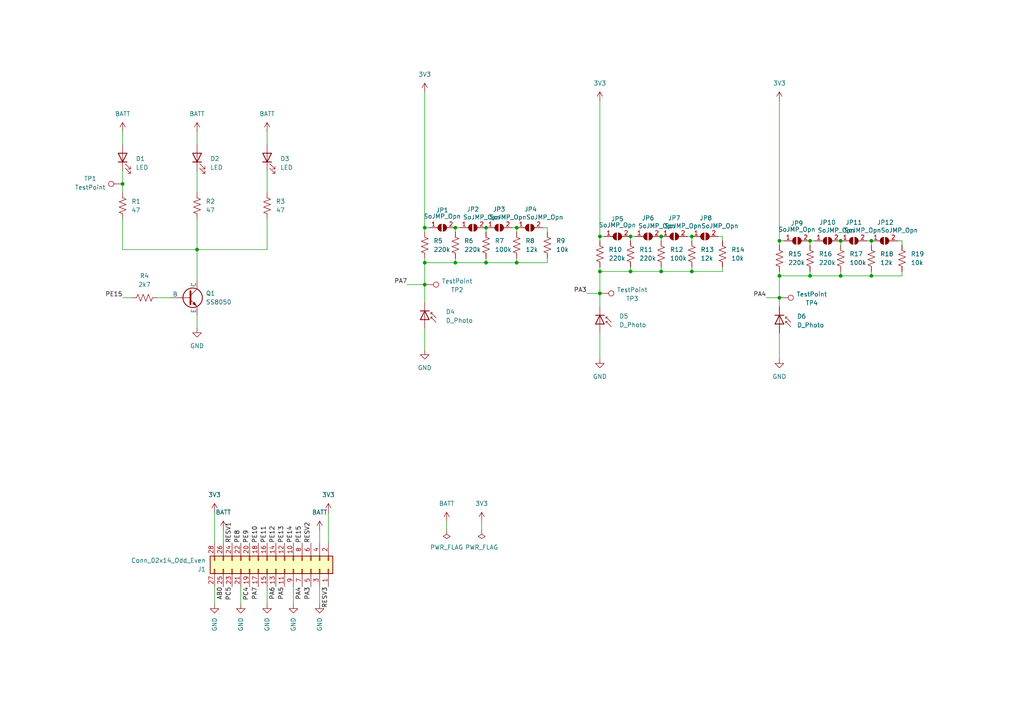
<source format=kicad_sch>
(kicad_sch (version 20231120) (generator "eeschema") (generator_version "8.0")
  (paper "A4")
  (title_block (title "Micro-mouse sensing subsystem") (company "University of Cape Town") (comment 1 "Imraan Banderker") (comment 2 "BNDIMR003"))
  (lib_symbols
    (symbol "Connector:TestPoint" (pin_numbers hide) (pin_names (offset 0.762) hide)
      (property "Reference" "TP" (at 0 6.858 0))
      (property "Value" "TestPoint" (at 0 5.08 0))
      (symbol "TestPoint_0_1"
        (circle (center 0 3.302) (radius 0.762))
      )
      (symbol "TestPoint_1_1"
        (pin passive line (at 0 0 90) (length 2.54) (name "1") (number "1"))
      )
    )
    (symbol "Connector_Generic:Conn_02x14_Odd_Even" (pin_names (offset 1.016) hide)
      (property "Reference" "J" (at 1.27 17.78 0))
      (property "Value" "Conn_02x14_Odd_Even" (at 1.27 -20.32 0))
      (symbol "Conn_02x14_Odd_Even_1_1"
        (rectangle (start -1.27 -17.653) (end 0 -17.907) (stroke (width 0.1524)))
        (rectangle (start -1.27 -15.113) (end 0 -15.367) (stroke (width 0.1524)))
        (rectangle (start -1.27 -12.573) (end 0 -12.827) (stroke (width 0.1524)))
        (rectangle (start -1.27 -10.033) (end 0 -10.287) (stroke (width 0.1524)))
        (rectangle (start -1.27 -7.493) (end 0 -7.747) (stroke (width 0.1524)))
        (rectangle (start -1.27 -4.953) (end 0 -5.207) (stroke (width 0.1524)))
        (rectangle (start -1.27 -2.413) (end 0 -2.667) (stroke (width 0.1524)))
        (rectangle (start -1.27 0.127) (end 0 -0.127) (stroke (width 0.1524)))
        (rectangle (start -1.27 2.667) (end 0 2.413) (stroke (width 0.1524)))
        (rectangle (start -1.27 5.207) (end 0 4.953) (stroke (width 0.1524)))
        (rectangle (start -1.27 7.747) (end 0 7.493) (stroke (width 0.1524)))
        (rectangle (start -1.27 10.287) (end 0 10.033) (stroke (width 0.1524)))
        (rectangle (start -1.27 12.827) (end 0 12.573) (stroke (width 0.1524)))
        (rectangle (start -1.27 15.367) (end 0 15.113) (stroke (width 0.1524)))
        (rectangle (start -1.27 16.51) (end 3.81 -19.05) (stroke (width 0.254)) (fill (type background)))
        (rectangle (start 3.81 -17.653) (end 2.54 -17.907) (stroke (width 0.1524)))
        (rectangle (start 3.81 -15.113) (end 2.54 -15.367) (stroke (width 0.1524)))
        (rectangle (start 3.81 -12.573) (end 2.54 -12.827) (stroke (width 0.1524)))
        (rectangle (start 3.81 -10.033) (end 2.54 -10.287) (stroke (width 0.1524)))
        (rectangle (start 3.81 -7.493) (end 2.54 -7.747) (stroke (width 0.1524)))
        (rectangle (start 3.81 -4.953) (end 2.54 -5.207) (stroke (width 0.1524)))
        (rectangle (start 3.81 -2.413) (end 2.54 -2.667) (stroke (width 0.1524)))
        (rectangle (start 3.81 0.127) (end 2.54 -0.127) (stroke (width 0.1524)))
        (rectangle (start 3.81 2.667) (end 2.54 2.413) (stroke (width 0.1524)))
        (rectangle (start 3.81 5.207) (end 2.54 4.953) (stroke (width 0.1524)))
        (rectangle (start 3.81 7.747) (end 2.54 7.493) (stroke (width 0.1524)))
        (rectangle (start 3.81 10.287) (end 2.54 10.033) (stroke (width 0.1524)))
        (rectangle (start 3.81 12.827) (end 2.54 12.573) (stroke (width 0.1524)))
        (rectangle (start 3.81 15.367) (end 2.54 15.113) (stroke (width 0.1524)))
        (pin passive line (at -5.08 15.24 0) (length 3.81) (name "Pin_1") (number "1"))
        (pin passive line (at 7.62 5.08 180) (length 3.81) (name "Pin_10") (number "10"))
        (pin passive line (at -5.08 2.54 0) (length 3.81) (name "Pin_11") (number "11"))
        (pin passive line (at 7.62 2.54 180) (length 3.81) (name "Pin_12") (number "12"))
        (pin passive line (at -5.08 0 0) (length 3.81) (name "Pin_13") (number "13"))
        (pin passive line (at 7.62 0 180) (length 3.81) (name "Pin_14") (number "14"))
        (pin passive line (at -5.08 -2.54 0) (length 3.81) (name "Pin_15") (number "15"))
        (pin passive line (at 7.62 -2.54 180) (length 3.81) (name "Pin_16") (number "16"))
        (pin passive line (at -5.08 -5.08 0) (length 3.81) (name "Pin_17") (number "17"))
        (pin passive line (at 7.62 -5.08 180) (length 3.81) (name "Pin_18") (number "18"))
        (pin passive line (at -5.08 -7.62 0) (length 3.81) (name "Pin_19") (number "19"))
        (pin passive line (at 7.62 15.24 180) (length 3.81) (name "Pin_2") (number "2"))
        (pin passive line (at 7.62 -7.62 180) (length 3.81) (name "Pin_20") (number "20"))
        (pin passive line (at -5.08 -10.16 0) (length 3.81) (name "Pin_21") (number "21"))
        (pin passive line (at 7.62 -10.16 180) (length 3.81) (name "Pin_22") (number "22"))
        (pin passive line (at -5.08 -12.7 0) (length 3.81) (name "Pin_23") (number "23"))
        (pin passive line (at 7.62 -12.7 180) (length 3.81) (name "Pin_24") (number "24"))
        (pin passive line (at -5.08 -15.24 0) (length 3.81) (name "Pin_25") (number "25"))
        (pin passive line (at 7.62 -15.24 180) (length 3.81) (name "Pin_26") (number "26"))
        (pin passive line (at -5.08 -17.78 0) (length 3.81) (name "Pin_27") (number "27"))
        (pin passive line (at 7.62 -17.78 180) (length 3.81) (name "Pin_28") (number "28"))
        (pin passive line (at -5.08 12.7 0) (length 3.81) (name "Pin_3") (number "3"))
        (pin passive line (at 7.62 12.7 180) (length 3.81) (name "Pin_4") (number "4"))
        (pin passive line (at -5.08 10.16 0) (length 3.81) (name "Pin_5") (number "5"))
        (pin passive line (at 7.62 10.16 180) (length 3.81) (name "Pin_6") (number "6"))
        (pin passive line (at -5.08 7.62 0) (length 3.81) (name "Pin_7") (number "7"))
        (pin passive line (at 7.62 7.62 180) (length 3.81) (name "Pin_8") (number "8"))
        (pin passive line (at -5.08 5.08 0) (length 3.81) (name "Pin_9") (number "9"))
      )
    )
    (symbol "Device:D_Photo" (pin_numbers hide) (pin_names hide)
      (property "Reference" "D" (at 0.508 1.778 0))
      (property "Value" "D_Photo" (at -1.016 -2.794 0))
      (symbol "D_Photo_0_1"
        (polyline (pts (xy -2.54 1.27) (xy -2.54 -1.27)) (stroke (width 0.254)))
        (polyline (pts (xy -2.032 1.778) (xy -1.524 1.778)))
        (polyline (pts (xy 0 0) (xy -2.54 0)))
        (polyline (pts (xy -0.508 3.302) (xy -2.032 1.778) (xy -2.032 2.286)))
        (polyline (pts (xy 0 -1.27) (xy 0 1.27) (xy -2.54 0) (xy 0 -1.27)) (stroke (width 0.254)))
        (polyline (pts (xy 0.762 3.302) (xy -0.762 1.778) (xy -0.762 2.286) (xy -0.762 1.778) (xy -0.254 1.778)))
      )
      (symbol "D_Photo_1_1"
        (pin passive line (at -5.08 0 0) (length 2.54) (name "K") (number "1"))
        (pin passive line (at 2.54 0 180) (length 2.54) (name "A") (number "2"))
      )
    )
    (symbol "Device:LED" (pin_numbers hide) (pin_names (offset 1.016) hide)
      (property "Reference" "D" (at 0 2.54 0))
      (property "Value" "LED" (at 0 -2.54 0))
      (symbol "LED_0_1"
        (polyline (pts (xy -1.27 -1.27) (xy -1.27 1.27)) (stroke (width 0.254)))
        (polyline (pts (xy -1.27 0) (xy 1.27 0)))
        (polyline (pts (xy 1.27 -1.27) (xy 1.27 1.27) (xy -1.27 0) (xy 1.27 -1.27)) (stroke (width 0.254)))
        (polyline (pts (xy -3.048 -0.762) (xy -4.572 -2.286) (xy -3.81 -2.286) (xy -4.572 -2.286) (xy -4.572 -1.524)))
        (polyline (pts (xy -1.778 -0.762) (xy -3.302 -2.286) (xy -2.54 -2.286) (xy -3.302 -2.286) (xy -3.302 -1.524)))
      )
      (symbol "LED_1_1"
        (pin passive line (at -3.81 0 0) (length 2.54) (name "K") (number "1"))
        (pin passive line (at 3.81 0 180) (length 2.54) (name "A") (number "2"))
      )
    )
    (symbol "Device:R_US" (pin_numbers hide) (pin_names (offset 0))
      (property "Reference" "R" (at 2.54 0 90))
      (property "Value" "R_US" (at -2.54 0 90))
      (symbol "R_US_0_1"
        (polyline (pts (xy 0 -2.286) (xy 0 -2.54)))
        (polyline (pts (xy 0 2.286) (xy 0 2.54)))
        (polyline (pts (xy 0 -0.762) (xy 1.016 -1.143) (xy 0 -1.524) (xy -1.016 -1.905) (xy 0 -2.286)))
        (polyline (pts (xy 0 0.762) (xy 1.016 0.381) (xy 0 0) (xy -1.016 -0.381) (xy 0 -0.762)))
        (polyline (pts (xy 0 2.286) (xy 1.016 1.905) (xy 0 1.524) (xy -1.016 1.143) (xy 0 0.762)))
      )
      (symbol "R_US_1_1"
        (pin passive line (at 0 3.81 270) (length 1.27) (name "~") (number "1"))
        (pin passive line (at 0 -3.81 90) (length 1.27) (name "~") (number "2"))
      )
    )
    (symbol "Jumper:SolderJumper_2_Open" (pin_names (offset 0) hide)
      (property "Reference" "JP" (at 0 2.032 0))
      (property "Value" "SolderJumper_2_Open" (at 0 -2.54 0))
      (symbol "SolderJumper_2_Open_0_1"
        (arc (start -0.254 1.016) (mid -1.2656 0) (end -0.254 -1.016))
        (arc (start -0.254 1.016) (mid -1.2656 0) (end -0.254 -1.016) (fill (type outline)))
        (polyline (pts (xy -0.254 1.016) (xy -0.254 -1.016)))
        (polyline (pts (xy 0.254 1.016) (xy 0.254 -1.016)))
        (arc (start 0.254 -1.016) (mid 1.2656 0) (end 0.254 1.016))
        (arc (start 0.254 -1.016) (mid 1.2656 0) (end 0.254 1.016) (fill (type outline)))
      )
      (symbol "SolderJumper_2_Open_1_1"
        (pin passive line (at -3.81 0 0) (length 2.54) (name "A") (number "1"))
        (pin passive line (at 3.81 0 180) (length 2.54) (name "B") (number "2"))
      )
    )
    (symbol "Simulation_SPICE:NPN" (pin_numbers hide) (pin_names (offset 0))
      (property "Reference" "Q" (at -2.54 7.62 0))
      (property "Value" "NPN" (at -2.54 5.08 0))
      (symbol "NPN_0_1"
        (polyline (pts (xy -2.54 0) (xy 0.635 0)) (stroke (width 0.1524)))
        (polyline (pts (xy 0.635 0.635) (xy 2.54 2.54)))
        (polyline (pts (xy 2.794 -1.27) (xy 2.794 -1.27)) (stroke (width 0.1524)))
        (polyline (pts (xy 2.794 -1.27) (xy 2.794 -1.27)) (stroke (width 0.1524)))
        (polyline (pts (xy 0.635 -0.635) (xy 2.54 -2.54) (xy 2.54 -2.54)))
        (polyline (pts (xy 0.635 1.905) (xy 0.635 -1.905) (xy 0.635 -1.905)) (stroke (width 0.508)))
        (polyline (pts (xy 1.27 -1.778) (xy 1.778 -1.27) (xy 2.286 -2.286) (xy 1.27 -1.778) (xy 1.27 -1.778)) (fill (type outline)))
        (circle (center 1.27 0) (radius 2.8194) (stroke (width 0.254)))
      )
      (symbol "NPN_1_1"
        (pin open_collector line (at 2.54 5.08 270) (length 2.54) (name "C") (number "1"))
        (pin input line (at -5.08 0 0) (length 2.54) (name "B") (number "2"))
        (pin open_emitter line (at 2.54 -5.08 90) (length 2.54) (name "E") (number "3"))
      )
    )
    (symbol "power:+3V3" (power) (pin_numbers hide) (pin_names (offset 0) hide)
      (property "Value" "+3V3" (at 0 3.556 0))
      (symbol "+3V3_0_1"
        (polyline (pts (xy -0.762 1.27) (xy 0 2.54)))
        (polyline (pts (xy 0 0) (xy 0 2.54)))
        (polyline (pts (xy 0 2.54) (xy 0.762 1.27)))
      )
      (symbol "+3V3_1_1"
        (pin power_in line (at 0 0 90) (length 0) (name "~") (number "1"))
      )
    )
    (symbol "power:GND" (power) (pin_numbers hide) (pin_names (offset 0) hide)
      (property "Value" "GND" (at 0 -3.81 0))
      (symbol "GND_0_1"
        (polyline (pts (xy 0 0) (xy 0 -1.27) (xy 1.27 -1.27) (xy 0 -2.54) (xy -1.27 -1.27) (xy 0 -1.27)))
      )
      (symbol "GND_1_1"
        (pin power_in line (at 0 0 270) (length 0) (name "~") (number "1"))
      )
    )
    (symbol "power:PWR_FLAG" (power) (pin_numbers hide) (pin_names (offset 0) hide)
      (property "Value" "PWR_FLAG" (at 0 3.81 0))
      (symbol "PWR_FLAG_0_0"
        (pin power_out line (at 0 0 90) (length 0) (name "~") (number "1"))
      )
      (symbol "PWR_FLAG_0_1"
        (polyline (pts (xy 0 0) (xy 0 1.27) (xy -1.016 1.905) (xy 0 2.54) (xy 1.016 1.905) (xy 0 1.27)))
      )
    )
    (symbol "power:VDD" (power) (pin_numbers hide) (pin_names (offset 0) hide)
      (property "Value" "VDD" (at 0 3.556 0))
      (symbol "VDD_0_1"
        (polyline (pts (xy -0.762 1.27) (xy 0 2.54)))
        (polyline (pts (xy 0 0) (xy 0 2.54)))
        (polyline (pts (xy 0 2.54) (xy 0.762 1.27)))
      )
      (symbol "VDD_1_1"
        (pin power_in line (at 0 0 90) (length 0) (name "~") (number "1"))
      )
    )
  )
  (junction (at 57.15 72.39))
  (junction (at 252.73 69.85))
  (junction (at 182.88 68.58))
  (junction (at 149.86 76.2))
  (junction (at 173.99 78.74))
  (junction (at 200.66 68.58))
  (junction (at 226.06 80.01))
  (junction (at 191.77 78.74))
  (junction (at 173.99 68.58))
  (junction (at 132.08 76.2))
  (junction (at 226.06 86.36))
  (junction (at 191.77 68.58))
  (junction (at 243.84 80.01))
  (junction (at 173.99 85.09))
  (junction (at 140.97 66.04))
  (junction (at 149.86 66.04))
  (junction (at 140.97 76.2))
  (junction (at 132.08 66.04))
  (junction (at 234.95 69.85))
  (junction (at 123.19 82.55))
  (junction (at 35.56 53.34))
  (junction (at 182.88 78.74))
  (junction (at 226.06 69.85))
  (junction (at 123.19 66.04))
  (junction (at 200.66 78.74))
  (junction (at 234.95 80.01))
  (junction (at 243.84 69.85))
  (junction (at 123.19 76.2))
  (junction (at 252.73 80.01))
  (wire (pts (xy 57.15 38.1) (xy 57.15 41.91)))
  (wire (pts (xy 199.39 68.58) (xy 200.66 68.58)))
  (wire (pts (xy 77.47 63.5) (xy 77.47 72.39)))
  (wire (pts (xy 132.08 76.2) (xy 123.19 76.2)))
  (wire (pts (xy 226.06 69.85) (xy 226.06 71.12)))
  (wire (pts (xy 57.15 72.39) (xy 77.47 72.39)))
  (wire (pts (xy 62.23 175.26) (xy 62.23 170.18)))
  (wire (pts (xy 226.06 86.36) (xy 226.06 88.9)))
  (wire (pts (xy 77.47 49.53) (xy 77.47 55.88)))
  (wire (pts (xy 170.18 85.09) (xy 173.99 85.09)))
  (wire (pts (xy 149.86 76.2) (xy 158.75 76.2)))
  (wire (pts (xy 129.54 151.13) (xy 129.54 153.67)))
  (wire (pts (xy 243.84 71.12) (xy 243.84 69.85)))
  (wire (pts (xy 123.19 66.04) (xy 124.46 66.04)))
  (wire (pts (xy 209.55 68.58) (xy 209.55 69.85)))
  (wire (pts (xy 226.06 29.21) (xy 226.06 69.85)))
  (wire (pts (xy 234.95 69.85) (xy 236.22 69.85)))
  (wire (pts (xy 35.56 49.53) (xy 35.56 53.34)))
  (wire (pts (xy 182.88 78.74) (xy 191.77 78.74)))
  (wire (pts (xy 92.71 175.26) (xy 92.71 170.18)))
  (wire (pts (xy 132.08 66.04) (xy 133.35 66.04)))
  (wire (pts (xy 35.56 38.1) (xy 35.56 41.91)))
  (wire (pts (xy 123.19 95.25) (xy 123.19 101.6)))
  (wire (pts (xy 45.72 86.36) (xy 49.53 86.36)))
  (wire (pts (xy 252.73 69.85) (xy 252.73 71.12)))
  (wire (pts (xy 158.75 74.93) (xy 158.75 76.2)))
  (wire (pts (xy 191.77 77.47) (xy 191.77 78.74)))
  (wire (pts (xy 191.77 69.85) (xy 191.77 68.58)))
  (wire (pts (xy 35.56 63.5) (xy 35.56 72.39)))
  (wire (pts (xy 85.09 175.26) (xy 85.09 170.18)))
  (wire (pts (xy 123.19 82.55) (xy 123.19 87.63)))
  (wire (pts (xy 140.97 67.31) (xy 140.97 66.04)))
  (wire (pts (xy 260.35 69.85) (xy 261.62 69.85)))
  (wire (pts (xy 57.15 72.39) (xy 57.15 81.28)))
  (wire (pts (xy 77.47 175.26) (xy 77.47 170.18)))
  (wire (pts (xy 182.88 78.74) (xy 173.99 78.74)))
  (wire (pts (xy 69.85 175.26) (xy 69.85 170.18)))
  (wire (pts (xy 132.08 66.04) (xy 132.08 67.31)))
  (wire (pts (xy 173.99 85.09) (xy 173.99 88.9)))
  (wire (pts (xy 200.66 68.58) (xy 200.66 69.85)))
  (wire (pts (xy 57.15 49.53) (xy 57.15 55.88)))
  (wire (pts (xy 35.56 72.39) (xy 57.15 72.39)))
  (wire (pts (xy 252.73 80.01) (xy 261.62 80.01)))
  (wire (pts (xy 77.47 38.1) (xy 77.47 41.91)))
  (wire (pts (xy 62.23 148.59) (xy 62.23 157.48)))
  (wire (pts (xy 92.71 153.67) (xy 92.71 157.48)))
  (wire (pts (xy 148.59 66.04) (xy 149.86 66.04)))
  (wire (pts (xy 149.86 66.04) (xy 149.86 67.31)))
  (wire (pts (xy 123.19 76.2) (xy 123.19 82.55)))
  (wire (pts (xy 252.73 78.74) (xy 252.73 80.01)))
  (wire (pts (xy 149.86 74.93) (xy 149.86 76.2)))
  (wire (pts (xy 243.84 78.74) (xy 243.84 80.01)))
  (wire (pts (xy 157.48 66.04) (xy 158.75 66.04)))
  (wire (pts (xy 261.62 69.85) (xy 261.62 71.12)))
  (wire (pts (xy 173.99 78.74) (xy 173.99 85.09)))
  (wire (pts (xy 243.84 80.01) (xy 252.73 80.01)))
  (wire (pts (xy 123.19 66.04) (xy 123.19 67.31)))
  (wire (pts (xy 118.11 82.55) (xy 123.19 82.55)))
  (wire (pts (xy 35.56 53.34) (xy 35.56 55.88)))
  (wire (pts (xy 35.56 86.36) (xy 38.1 86.36)))
  (wire (pts (xy 64.77 153.67) (xy 64.77 157.48)))
  (wire (pts (xy 222.25 86.36) (xy 226.06 86.36)))
  (wire (pts (xy 57.15 91.44) (xy 57.15 95.25)))
  (wire (pts (xy 95.25 157.48) (xy 95.25 148.59)))
  (wire (pts (xy 139.7 151.13) (xy 139.7 153.67)))
  (wire (pts (xy 132.08 74.93) (xy 132.08 76.2)))
  (wire (pts (xy 226.06 80.01) (xy 226.06 86.36)))
  (wire (pts (xy 226.06 96.52) (xy 226.06 104.14)))
  (wire (pts (xy 234.95 78.74) (xy 234.95 80.01)))
  (wire (pts (xy 261.62 78.74) (xy 261.62 80.01)))
  (wire (pts (xy 132.08 76.2) (xy 140.97 76.2)))
  (wire (pts (xy 234.95 80.01) (xy 226.06 80.01)))
  (wire (pts (xy 200.66 77.47) (xy 200.66 78.74)))
  (wire (pts (xy 191.77 78.74) (xy 200.66 78.74)))
  (wire (pts (xy 173.99 68.58) (xy 173.99 69.85)))
  (wire (pts (xy 208.28 68.58) (xy 209.55 68.58)))
  (wire (pts (xy 140.97 74.93) (xy 140.97 76.2)))
  (wire (pts (xy 173.99 29.21) (xy 173.99 68.58)))
  (wire (pts (xy 226.06 69.85) (xy 227.33 69.85)))
  (wire (pts (xy 123.19 74.93) (xy 123.19 76.2)))
  (wire (pts (xy 251.46 69.85) (xy 252.73 69.85)))
  (wire (pts (xy 182.88 77.47) (xy 182.88 78.74)))
  (wire (pts (xy 173.99 68.58) (xy 175.26 68.58)))
  (wire (pts (xy 182.88 68.58) (xy 184.15 68.58)))
  (wire (pts (xy 209.55 77.47) (xy 209.55 78.74)))
  (wire (pts (xy 182.88 68.58) (xy 182.88 69.85)))
  (wire (pts (xy 200.66 78.74) (xy 209.55 78.74)))
  (wire (pts (xy 57.15 63.5) (xy 57.15 72.39)))
  (wire (pts (xy 173.99 96.52) (xy 173.99 104.14)))
  (wire (pts (xy 234.95 80.01) (xy 243.84 80.01)))
  (wire (pts (xy 158.75 66.04) (xy 158.75 67.31)))
  (wire (pts (xy 234.95 69.85) (xy 234.95 71.12)))
  (wire (pts (xy 173.99 77.47) (xy 173.99 78.74)))
  (wire (pts (xy 226.06 78.74) (xy 226.06 80.01)))
  (wire (pts (xy 123.19 26.67) (xy 123.19 66.04)))
  (wire (pts (xy 140.97 76.2) (xy 149.86 76.2)))
  (label "PE9" (at 72.39 157.48 90))
  (label "PE12" (at 80.01 157.48 90))
  (label "PE14" (at 85.09 157.48 90))
  (label "PA5" (at 82.55 170.18 270))
  (label "PA4" (at 222.25 86.36 180))
  (label "PE10" (at 74.93 157.48 90))
  (label "AB0" (at 64.77 170.18 270))
  (label "PE8" (at 69.85 157.48 90))
  (label "RESV1" (at 67.31 157.48 90))
  (label "PC4" (at 72.39 170.18 270))
  (label "PE13" (at 82.55 157.48 90))
  (label "PC5" (at 67.31 170.18 270))
  (label "PE15" (at 87.63 157.48 90))
  (label "PE11" (at 77.47 157.48 90))
  (label "PA7" (at 74.93 170.18 270))
  (label "PA7" (at 118.11 82.55 180))
  (label "PA3" (at 90.17 170.18 270))
  (label "PA4" (at 87.63 170.18 270))
  (label "PA6" (at 80.01 170.18 270))
  (label "PA3" (at 170.18 85.09 180))
  (label "PE15" (at 35.56 86.36 180))
  (label "RESV3" (at 95.25 170.18 270))
  (label "RESV2" (at 90.17 157.48 90))
  (symbol (lib_id "power:PWR_FLAG") (at 129.54 153.67 180) (unit 1)
    (property "Reference" "#FLG02" (effects (hide yes)))
    (property "Value" "PWR_FLAG" (at 129.54 158.75 0))
    (property "Description" "Special symbol for telling ERC where power comes from" (effects (hide yes)))
  )
  (symbol (lib_id "power:GND") (at 85.09 175.26 0) (unit 1)
    (property "Reference" "#PWR014" (effects (hide yes)))
    (property "Value" "GND" (at 85.0899 179.07 90) (effects (justify right)))
    (property "Description" "Power symbol creates a global label with name \"GND\" , ground" (effects (hide yes)))
  )
  (symbol (lib_id "Device:LED") (at 77.47 45.72 90) (unit 1)
    (property "Reference" "D3" (at 81.28 46.0374 90) (effects (justify right)))
    (property "Value" "LED" (at 81.28 48.5774 90) (effects (justify right)))
    (property "Footprint" "LED_THT:LED_D5.0mm_Horizontal_O1.27mm_Z3.0mm_Clear" (effects (hide yes)))
    (property "Description" "Light emitting diode" (effects (hide yes)))
    (property "LCSC" "C405270" (effects (hide yes)))
    (property "Extended" "1" (effects (hide yes)))
    (property "Price" "0.0767" (effects (hide yes)))
    (property "Populate" "1" (effects (hide yes)))
  )
  (symbol (lib_id "Jumper:SolderJumper_2_Open") (at 187.96 68.58 0) (unit 1)
    (property "Reference" "JP6" (at 187.96 63.246 0))
    (property "Value" "SoJMP_Opn" (at 190.5 65.532 0))
    (property "Footprint" "Jumper:SolderJumper-2_P1.3mm_Open_RoundedPad1.0x1.5mm" (effects (hide yes)))
    (property "Description" "Solder Jumper, 2-pole, open" (effects (hide yes)))
  )
  (symbol (lib_id "power:GND") (at 57.15 95.25 0) (unit 1)
    (property "Reference" "#PWR04" (effects (hide yes)))
    (property "Value" "GND" (at 57.15 100.33 0))
    (property "Description" "Power symbol creates a global label with name \"GND\" , ground" (effects (hide yes)))
  )
  (symbol (lib_id "power:PWR_FLAG") (at 139.7 153.67 180) (unit 1)
    (property "Reference" "#FLG03" (effects (hide yes)))
    (property "Value" "PWR_FLAG" (at 139.7 158.75 0))
    (property "Description" "Special symbol for telling ERC where power comes from" (effects (hide yes)))
  )
  (symbol (lib_id "Device:R_US") (at 182.88 73.66 0) (unit 1)
    (property "Reference" "R11" (at 185.42 72.3899 0) (effects (justify left)))
    (property "Value" "220k" (at 185.42 74.9299 0) (effects (justify left)))
    (property "Footprint" "Resistor_SMD:R_0805_2012Metric" (effects (hide yes)))
    (property "Description" "Resistor, US symbol" (effects (hide yes)))
    (property "LCSC" "C17556" (effects (hide yes)))
    (property "Extended" "0" (effects (hide yes)))
    (property "Price" "0.0017" (effects (hide yes)))
    (property "Populate" "1" (effects (hide yes)))
  )
  (symbol (lib_id "power:+3V3") (at 173.99 29.21 0) (unit 1)
    (property "Reference" "#PWR09" (effects (hide yes)))
    (property "Value" "3V3" (at 173.99 24.13 0))
    (property "Description" "Power symbol creates a global label with name \"+3V3\"" (effects (hide yes)))
  )
  (symbol (lib_id "Device:R_US") (at 200.66 73.66 0) (unit 1)
    (property "Reference" "R13" (at 203.2 72.3899 0) (effects (justify left)))
    (property "Value" "12k" (at 203.2 74.9299 0) (effects (justify left)))
    (property "Footprint" "Resistor_SMD:R_0805_2012Metric" (effects (hide yes)))
    (property "Description" "Resistor, US symbol" (effects (hide yes)))
    (property "LCSC" "C17444" (effects (hide yes)))
    (property "Extended" "0" (effects (hide yes)))
    (property "Price" "0.0017" (effects (hide yes)))
    (property "Populate" "1" (effects (hide yes)))
  )
  (symbol (lib_id "power:GND") (at 173.99 104.14 0) (unit 1)
    (property "Reference" "#PWR010" (effects (hide yes)))
    (property "Value" "GND" (at 173.99 109.22 0))
    (property "Description" "Power symbol creates a global label with name \"GND\" , ground" (effects (hide yes)))
  )
  (symbol (lib_id "power:GND") (at 92.71 175.26 0) (unit 1)
    (property "Reference" "#PWR013" (effects (hide yes)))
    (property "Value" "GND" (at 92.7099 179.07 90) (effects (justify right)))
    (property "Description" "Power symbol creates a global label with name \"GND\" , ground" (effects (hide yes)))
  )
  (symbol (lib_id "Device:R_US") (at 149.86 71.12 0) (unit 1)
    (property "Reference" "R8" (at 152.4 69.8499 0) (effects (justify left)))
    (property "Value" "12k" (at 152.4 72.3899 0) (effects (justify left)))
    (property "Footprint" "Resistor_SMD:R_0805_2012Metric" (effects (hide yes)))
    (property "Description" "Resistor, US symbol" (effects (hide yes)))
    (property "LCSC" "C17444" (effects (hide yes)))
    (property "Extended" "0" (effects (hide yes)))
    (property "Price" "0.0017" (effects (hide yes)))
    (property "Populate" "1" (effects (hide yes)))
  )
  (symbol (lib_id "Connector:TestPoint") (at 123.19 82.55 270) (unit 1)
    (property "Reference" "TP2" (at 132.588 84.074 90))
    (property "Value" "TestPoint" (at 132.588 81.534 90))
    (property "Footprint" "TestPoint:TestPoint_Pad_2.0x2.0mm" (effects (hide yes)))
    (property "Description" "test point" (effects (hide yes)))
  )
  (symbol (lib_id "power:VDD") (at 77.47 38.1 0) (unit 1)
    (property "Reference" "#PWR05" (effects (hide yes)))
    (property "Value" "BATT" (at 77.47 33.02 0))
    (property "Description" "Power symbol creates a global label with name \"VDD\"" (effects (hide yes)))
  )
  (symbol (lib_id "Jumper:SolderJumper_2_Open") (at 240.03 69.85 0) (unit 1)
    (property "Reference" "JP10" (at 240.03 64.516 0))
    (property "Value" "SoJMP_Opn" (at 242.57 66.802 0))
    (property "Footprint" "Jumper:SolderJumper-2_P1.3mm_Open_RoundedPad1.0x1.5mm" (effects (hide yes)))
    (property "Description" "Solder Jumper, 2-pole, open" (effects (hide yes)))
  )
  (symbol (lib_id "Device:R_US") (at 226.06 74.93 0) (unit 1)
    (property "Reference" "R15" (at 228.6 73.6599 0) (effects (justify left)))
    (property "Value" "220k" (at 228.6 76.1999 0) (effects (justify left)))
    (property "Footprint" "Resistor_SMD:R_0805_2012Metric" (effects (hide yes)))
    (property "Description" "Resistor, US symbol" (effects (hide yes)))
    (property "LCSC" "C17556" (effects (hide yes)))
    (property "Extended" "0" (effects (hide yes)))
    (property "Price" "0.0017" (effects (hide yes)))
    (property "Populate" "1" (effects (hide yes)))
  )
  (symbol (lib_id "Device:R_US") (at 261.62 74.93 0) (unit 1)
    (property "Reference" "R19" (at 264.16 73.6599 0) (effects (justify left)))
    (property "Value" "10k" (at 264.16 76.1999 0) (effects (justify left)))
    (property "Footprint" "Resistor_SMD:R_0805_2012Metric" (effects (hide yes)))
    (property "Description" "Resistor, US symbol" (effects (hide yes)))
    (property "LCSC" "C17414" (effects (hide yes)))
    (property "Extended" "0" (effects (hide yes)))
    (property "Price" "0.0013" (effects (hide yes)))
    (property "Populate" "1" (effects (hide yes)))
  )
  (symbol (lib_id "Device:D_Photo") (at 173.99 93.98 270) (unit 1)
    (property "Reference" "D5" (at 179.578 91.694 90) (effects (justify left)))
    (property "Value" "D_Photo" (at 179.578 94.234 90) (effects (justify left)))
    (property "Footprint" "LED_THT:LED_D5.0mm_Horizontal_O1.27mm_Z3.0mm_Clear" (effects (hide yes)))
    (property "Description" "Photodiode" (effects (hide yes)))
    (property "LCSC" "C95399" (effects (hide yes)))
    (property "Extended" "1" (effects (hide yes)))
    (property "Price" "0.1518" (effects (hide yes)))
    (property "Populate" "1" (effects (hide yes)))
  )
  (symbol (lib_id "power:GND") (at 69.85 175.26 0) (unit 1)
    (property "Reference" "#PWR016" (effects (hide yes)))
    (property "Value" "GND" (at 69.8499 179.07 90) (effects (justify right)))
    (property "Description" "Power symbol creates a global label with name \"GND\" , ground" (effects (hide yes)))
  )
  (symbol (lib_id "power:+3V3") (at 95.25 148.59 0) (unit 1)
    (property "Reference" "#PWR06" (effects (hide yes)))
    (property "Value" "3V3" (at 95.25 143.51 0))
    (property "Description" "Power symbol creates a global label with name \"+3V3\"" (effects (hide yes)))
  )
  (symbol (lib_id "power:+3V3") (at 62.23 148.59 0) (unit 1)
    (property "Reference" "#PWR01" (effects (hide yes)))
    (property "Value" "3V3" (at 62.23 143.51 0))
    (property "Description" "Power symbol creates a global label with name \"+3V3\"" (effects (hide yes)))
  )
  (symbol (lib_id "Device:R_US") (at 252.73 74.93 0) (unit 1)
    (property "Reference" "R18" (at 255.27 73.6599 0) (effects (justify left)))
    (property "Value" "12k" (at 255.27 76.1999 0) (effects (justify left)))
    (property "Footprint" "Resistor_SMD:R_0805_2012Metric" (effects (hide yes)))
    (property "Description" "Resistor, US symbol" (effects (hide yes)))
    (property "LCSC" "C17444" (effects (hide yes)))
    (property "Extended" "0" (effects (hide yes)))
    (property "Price" "0.0017" (effects (hide yes)))
    (property "Populate" "1" (effects (hide yes)))
  )
  (symbol (lib_id "Device:R_US") (at 234.95 74.93 0) (unit 1)
    (property "Reference" "R16" (at 237.49 73.6599 0) (effects (justify left)))
    (property "Value" "220k" (at 237.49 76.1999 0) (effects (justify left)))
    (property "Footprint" "Resistor_SMD:R_0805_2012Metric" (effects (hide yes)))
    (property "Description" "Resistor, US symbol" (effects (hide yes)))
    (property "LCSC" "C17556" (effects (hide yes)))
    (property "Extended" "0" (effects (hide yes)))
    (property "Price" "0.0017" (effects (hide yes)))
    (property "Populate" "1" (effects (hide yes)))
  )
  (symbol (lib_id "power:VDD") (at 35.56 38.1 0) (unit 1)
    (property "Reference" "#PWR02" (effects (hide yes)))
    (property "Value" "BATT" (at 35.56 33.02 0))
    (property "Description" "Power symbol creates a global label with name \"VDD\"" (effects (hide yes)))
  )
  (symbol (lib_id "power:+3V3") (at 123.19 26.67 0) (unit 1)
    (property "Reference" "#PWR07" (effects (hide yes)))
    (property "Value" "3V3" (at 123.19 21.59 0))
    (property "Description" "Power symbol creates a global label with name \"+3V3\"" (effects (hide yes)))
  )
  (symbol (lib_id "power:VDD") (at 129.54 151.13 0) (unit 1)
    (property "Reference" "#PWR021" (effects (hide yes)))
    (property "Value" "BATT" (at 129.54 146.05 0))
    (property "Description" "Power symbol creates a global label with name \"VDD\"" (effects (hide yes)))
  )
  (symbol (lib_id "power:+3V3") (at 139.7 151.13 0) (unit 1)
    (property "Reference" "#PWR020" (effects (hide yes)))
    (property "Value" "3V3" (at 139.7 146.05 0))
    (property "Description" "Power symbol creates a global label with name \"+3V3\"" (effects (hide yes)))
  )
  (symbol (lib_id "Device:R_US") (at 132.08 71.12 0) (unit 1)
    (property "Reference" "R6" (at 134.62 69.8499 0) (effects (justify left)))
    (property "Value" "220k" (at 134.62 72.3899 0) (effects (justify left)))
    (property "Footprint" "Resistor_SMD:R_0805_2012Metric" (effects (hide yes)))
    (property "Description" "Resistor, US symbol" (effects (hide yes)))
    (property "LCSC" "C17556" (effects (hide yes)))
    (property "Extended" "0" (effects (hide yes)))
    (property "Price" "0.0017" (effects (hide yes)))
    (property "Populate" "1" (effects (hide yes)))
  )
  (symbol (lib_id "power:GND") (at 77.47 175.26 0) (unit 1)
    (property "Reference" "#PWR015" (effects (hide yes)))
    (property "Value" "GND" (at 77.4699 179.07 90) (effects (justify right)))
    (property "Description" "Power symbol creates a global label with name \"GND\" , ground" (effects (hide yes)))
  )
  (symbol (lib_id "Device:R_US") (at 41.91 86.36 90) (unit 1)
    (property "Reference" "R4" (at 41.91 80.01 90))
    (property "Value" "2k7" (at 41.91 82.55 90))
    (property "Footprint" "Resistor_SMD:R_0805_2012Metric" (effects (hide yes)))
    (property "Description" "Resistor, US symbol" (effects (hide yes)))
    (property "LCSC" "C17530" (effects (hide yes)))
    (property "Extended" "0" (effects (hide yes)))
    (property "Price" "0.0016" (effects (hide yes)))
    (property "Populate" "1" (effects (hide yes)))
  )
  (symbol (lib_id "Device:R_US") (at 35.56 59.69 0) (unit 1)
    (property "Reference" "R1" (at 38.1 58.4199 0) (effects (justify left)))
    (property "Value" "47" (at 38.1 60.9599 0) (effects (justify left)))
    (property "Footprint" "Resistor_SMD:R_0805_2012Metric" (effects (hide yes)))
    (property "Description" "Resistor, US symbol" (effects (hide yes)))
    (property "LCSC" "C17714" (effects (hide yes)))
    (property "Extended" "0" (effects (hide yes)))
    (property "Price" "0.0017" (effects (hide yes)))
    (property "Populate" "1" (effects (hide yes)))
  )
  (symbol (lib_id "Jumper:SolderJumper_2_Open") (at 247.65 69.85 0) (unit 1)
    (property "Reference" "JP11" (at 247.65 64.516 0))
    (property "Value" "SoJMP_Opn" (at 250.19 66.802 0))
    (property "Footprint" "Jumper:SolderJumper-2_P1.3mm_Open_RoundedPad1.0x1.5mm" (effects (hide yes)))
    (property "Description" "Solder Jumper, 2-pole, open" (effects (hide yes)))
  )
  (symbol (lib_id "power:GND") (at 123.19 101.6 0) (unit 1)
    (property "Reference" "#PWR08" (effects (hide yes)))
    (property "Value" "GND" (at 123.19 106.68 0))
    (property "Description" "Power symbol creates a global label with name \"GND\" , ground" (effects (hide yes)))
  )
  (symbol (lib_id "power:+3V3") (at 226.06 29.21 0) (unit 1)
    (property "Reference" "#PWR011" (effects (hide yes)))
    (property "Value" "3V3" (at 226.06 24.13 0))
    (property "Description" "Power symbol creates a global label with name \"+3V3\"" (effects (hide yes)))
  )
  (symbol (lib_id "Connector:TestPoint") (at 226.06 86.36 270) (unit 1)
    (property "Reference" "TP4" (at 235.458 87.884 90))
    (property "Value" "TestPoint" (at 235.458 85.344 90))
    (property "Footprint" "TestPoint:TestPoint_Pad_2.0x2.0mm" (effects (hide yes)))
    (property "Description" "test point" (effects (hide yes)))
  )
  (symbol (lib_id "Device:R_US") (at 123.19 71.12 0) (unit 1)
    (property "Reference" "R5" (at 125.73 69.8499 0) (effects (justify left)))
    (property "Value" "220k" (at 125.73 72.3899 0) (effects (justify left)))
    (property "Footprint" "Resistor_SMD:R_0805_2012Metric" (effects (hide yes)))
    (property "Description" "Resistor, US symbol" (effects (hide yes)))
    (property "LCSC" "C17556" (effects (hide yes)))
    (property "Extended" "0" (effects (hide yes)))
    (property "Price" "0.0017" (effects (hide yes)))
    (property "Populate" "1" (effects (hide yes)))
  )
  (symbol (lib_id "Device:R_US") (at 209.55 73.66 0) (unit 1)
    (property "Reference" "R14" (at 212.09 72.3899 0) (effects (justify left)))
    (property "Value" "10k" (at 212.09 74.9299 0) (effects (justify left)))
    (property "Footprint" "Resistor_SMD:R_0805_2012Metric" (effects (hide yes)))
    (property "Description" "Resistor, US symbol" (effects (hide yes)))
    (property "LCSC" "C17414" (effects (hide yes)))
    (property "Extended" "0" (effects (hide yes)))
    (property "Price" "0.0013" (effects (hide yes)))
    (property "Populate" "1" (effects (hide yes)))
  )
  (symbol (lib_id "Device:LED") (at 57.15 45.72 90) (unit 1)
    (property "Reference" "D2" (at 60.96 46.0374 90) (effects (justify right)))
    (property "Value" "LED" (at 60.96 48.5774 90) (effects (justify right)))
    (property "Footprint" "LED_THT:LED_D5.0mm_Horizontal_O1.27mm_Z3.0mm_Clear" (effects (hide yes)))
    (property "Description" "Light emitting diode" (effects (hide yes)))
    (property "LCSC" "C405270" (effects (hide yes)))
    (property "Extended" "1" (effects (hide yes)))
    (property "Price" "0.0767" (effects (hide yes)))
    (property "Populate" "1" (effects (hide yes)))
  )
  (symbol (lib_id "Device:R_US") (at 191.77 73.66 0) (unit 1)
    (property "Reference" "R12" (at 194.31 72.3899 0) (effects (justify left)))
    (property "Value" "100k" (at 194.31 74.9299 0) (effects (justify left)))
    (property "Footprint" "Resistor_SMD:R_0805_2012Metric" (effects (hide yes)))
    (property "Description" "Resistor, US symbol" (effects (hide yes)))
    (property "LCSC" "C149504" (effects (hide yes)))
    (property "Extended" "0" (effects (hide yes)))
    (property "Price" "0.0017" (effects (hide yes)))
    (property "Populate" "1" (effects (hide yes)))
  )
  (symbol (lib_id "Device:R_US") (at 57.15 59.69 0) (unit 1)
    (property "Reference" "R2" (at 59.69 58.4199 0) (effects (justify left)))
    (property "Value" "47" (at 59.69 60.9599 0) (effects (justify left)))
    (property "Footprint" "Resistor_SMD:R_0805_2012Metric" (effects (hide yes)))
    (property "Description" "Resistor, US symbol" (effects (hide yes)))
    (property "LCSC" "C17714" (effects (hide yes)))
    (property "Extended" "0" (effects (hide yes)))
    (property "Price" "0.0017" (effects (hide yes)))
    (property "Populate" "1" (effects (hide yes)))
  )
  (symbol (lib_id "Jumper:SolderJumper_2_Open") (at 137.16 66.04 0) (unit 1)
    (property "Reference" "JP2" (at 137.16 60.706 0))
    (property "Value" "SoJMP_Opn" (at 139.7 62.992 0))
    (property "Footprint" "Jumper:SolderJumper-2_P1.3mm_Open_RoundedPad1.0x1.5mm" (effects (hide yes)))
    (property "Description" "Solder Jumper, 2-pole, open" (effects (hide yes)))
  )
  (symbol (lib_id "power:GND") (at 62.23 175.26 0) (unit 1)
    (property "Reference" "#PWR017" (effects (hide yes)))
    (property "Value" "GND" (at 62.2299 179.07 90) (effects (justify right)))
    (property "Description" "Power symbol creates a global label with name \"GND\" , ground" (effects (hide yes)))
  )
  (symbol (lib_id "Device:R_US") (at 158.75 71.12 0) (unit 1)
    (property "Reference" "R9" (at 161.29 69.8499 0) (effects (justify left)))
    (property "Value" "10k" (at 161.29 72.3899 0) (effects (justify left)))
    (property "Footprint" "Resistor_SMD:R_0805_2012Metric" (effects (hide yes)))
    (property "Description" "Resistor, US symbol" (effects (hide yes)))
    (property "LCSC" "C17414" (effects (hide yes)))
    (property "Extended" "0" (effects (hide yes)))
    (property "Price" "0.0013" (effects (hide yes)))
    (property "Populate" "1" (effects (hide yes)))
  )
  (symbol (lib_id "power:GND") (at 226.06 104.14 0) (unit 1)
    (property "Reference" "#PWR012" (effects (hide yes)))
    (property "Value" "GND" (at 226.06 109.22 0))
    (property "Description" "Power symbol creates a global label with name \"GND\" , ground" (effects (hide yes)))
  )
  (symbol (lib_id "Device:D_Photo") (at 226.06 93.98 270) (unit 1)
    (property "Reference" "D6" (at 231.14 91.7574 90) (effects (justify left)))
    (property "Value" "D_Photo" (at 231.14 94.2974 90) (effects (justify left)))
    (property "Footprint" "LED_THT:LED_D5.0mm_Horizontal_O1.27mm_Z3.0mm_Clear" (effects (hide yes)))
    (property "Description" "Photodiode" (effects (hide yes)))
    (property "LCSC" "C95399" (effects (hide yes)))
    (property "Extended" "1" (effects (hide yes)))
    (property "Price" "0.1518" (effects (hide yes)))
    (property "Populate" "1" (effects (hide yes)))
  )
  (symbol (lib_id "Jumper:SolderJumper_2_Open") (at 231.14 69.85 0) (unit 1)
    (property "Reference" "JP9" (at 231.14 64.77 0))
    (property "Value" "SoJMP_Opn" (at 231.14 66.548 0))
    (property "Footprint" "Jumper:SolderJumper-2_P1.3mm_Open_RoundedPad1.0x1.5mm" (effects (hide yes)))
    (property "Description" "Solder Jumper, 2-pole, open" (effects (hide yes)))
  )
  (symbol (lib_id "power:VDD") (at 64.77 153.67 0) (unit 1)
    (property "Reference" "#PWR019" (effects (hide yes)))
    (property "Value" "BATT" (at 64.77 148.59 0))
    (property "Description" "Power symbol creates a global label with name \"VDD\"" (effects (hide yes)))
  )
  (symbol (lib_id "Jumper:SolderJumper_2_Open") (at 144.78 66.04 0) (unit 1)
    (property "Reference" "JP3" (at 144.78 60.706 0))
    (property "Value" "SoJMP_Opn" (at 147.32 62.992 0))
    (property "Footprint" "Jumper:SolderJumper-2_P1.3mm_Open_RoundedPad1.0x1.5mm" (effects (hide yes)))
    (property "Description" "Solder Jumper, 2-pole, open" (effects (hide yes)))
  )
  (symbol (lib_id "Simulation_SPICE:NPN") (at 54.61 86.36 0) (unit 1)
    (property "Reference" "Q1" (at 59.69 85.0899 0) (effects (justify left)))
    (property "Value" "SS8050" (at 59.69 87.6299 0) (effects (justify left)))
    (property "Footprint" "Package_TO_SOT_SMD:SOT-23-3" (effects (hide yes)))
    (property "Datasheet" "https://ngspice.sourceforge.io/docs/ngspice-html-manual/manual.xhtml#cha_BJTs" (effects (hide yes)))
    (property "Description" "Bipolar transistor symbol for simulation only, substrate tied to the emitter" (effects (hide yes)))
    (property "Sim.Device" "NPN" (effects (hide yes)))
    (property "Sim.Type" "GUMMELPOON" (effects (hide yes)))
    (property "Sim.Pins" "1=C 2=B 3=E" (effects (hide yes)))
    (property "LCSC" "C2150" (effects (hide yes)))
    (property "Extended" "0" (effects (hide yes)))
    (property "Price" "0.06" (effects (hide yes)))
    (property "Populate" "1" (effects (hide yes)))
  )
  (symbol (lib_id "Jumper:SolderJumper_2_Open") (at 153.67 66.04 0) (unit 1)
    (property "Reference" "JP4" (at 153.924 60.706 0))
    (property "Value" "SoJMP_Opn" (at 157.988 62.992 0))
    (property "Footprint" "Jumper:SolderJumper-2_P1.3mm_Open_RoundedPad1.0x1.5mm" (effects (hide yes)))
    (property "Description" "Solder Jumper, 2-pole, open" (effects (hide yes)))
  )
  (symbol (lib_id "power:VDD") (at 57.15 38.1 0) (unit 1)
    (property "Reference" "#PWR03" (effects (hide yes)))
    (property "Value" "BATT" (at 57.15 33.02 0))
    (property "Description" "Power symbol creates a global label with name \"VDD\"" (effects (hide yes)))
  )
  (symbol (lib_id "Jumper:SolderJumper_2_Open") (at 195.58 68.58 0) (unit 1)
    (property "Reference" "JP7" (at 195.58 63.246 0))
    (property "Value" "SoJMP_Opn" (at 198.12 65.532 0))
    (property "Footprint" "Jumper:SolderJumper-2_P1.3mm_Open_RoundedPad1.0x1.5mm" (effects (hide yes)))
    (property "Description" "Solder Jumper, 2-pole, open" (effects (hide yes)))
  )
  (symbol (lib_id "Connector_Generic:Conn_02x14_Odd_Even") (at 80.01 165.1 270) (mirror x) (unit 1)
    (property "Reference" "J1" (at 59.69 165.1001 90) (effects (justify right)))
    (property "Value" "Conn_02x14_Odd_Even" (at 59.69 162.5601 90) (effects (justify right)))
    (property "Footprint" "Connector_PinHeader_2.54mm:PinHeader_2x14_P2.54mm_Vertical" (effects (hide yes)))
    (property "Description" "Generic connector, double row, 02x14, odd/even pin numbering scheme (row 1 odd numbers, row 2 even numbers), script generated (kicad-library-utils/schlib/autogen/connector/)" (effects (hide yes)))
  )
  (symbol (lib_id "Device:LED") (at 35.56 45.72 90) (unit 1)
    (property "Reference" "D1" (at 39.37 46.0374 90) (effects (justify right)))
    (property "Value" "LED" (at 39.37 48.5774 90) (effects (justify right)))
    (property "Footprint" "LED_THT:LED_D5.0mm_Horizontal_O1.27mm_Z3.0mm_Clear" (effects (hide yes)))
    (property "Description" "Light emitting diode" (effects (hide yes)))
    (property "LCSC" "C405270" (effects (hide yes)))
    (property "Extended" "1" (effects (hide yes)))
    (property "Price" "0.0767" (effects (hide yes)))
    (property "Populate" "1" (effects (hide yes)))
  )
  (symbol (lib_id "Jumper:SolderJumper_2_Open") (at 128.27 66.04 0) (unit 1)
    (property "Reference" "JP1" (at 128.27 60.96 0))
    (property "Value" "SoJMP_Opn" (at 128.27 62.738 0))
    (property "Footprint" "Jumper:SolderJumper-2_P1.3mm_Open_RoundedPad1.0x1.5mm" (effects (hide yes)))
    (property "Description" "Solder Jumper, 2-pole, open" (effects (hide yes)))
  )
  (symbol (lib_id "Jumper:SolderJumper_2_Open") (at 204.47 68.58 0) (unit 1)
    (property "Reference" "JP8" (at 204.724 63.246 0))
    (property "Value" "SoJMP_Opn" (at 208.788 65.532 0))
    (property "Footprint" "Jumper:SolderJumper-2_P1.3mm_Open_RoundedPad1.0x1.5mm" (effects (hide yes)))
    (property "Description" "Solder Jumper, 2-pole, open" (effects (hide yes)))
  )
  (symbol (lib_id "Connector:TestPoint") (at 173.99 85.09 270) (unit 1)
    (property "Reference" "TP3" (at 183.388 86.614 90))
    (property "Value" "TestPoint" (at 183.388 84.074 90))
    (property "Footprint" "TestPoint:TestPoint_Pad_2.0x2.0mm" (effects (hide yes)))
    (property "Description" "test point" (effects (hide yes)))
  )
  (symbol (lib_id "Device:D_Photo") (at 123.19 92.71 270) (unit 1)
    (property "Reference" "D4" (at 129.286 90.424 90) (effects (justify left)))
    (property "Value" "D_Photo" (at 129.286 92.964 90) (effects (justify left)))
    (property "Footprint" "LED_THT:LED_D5.0mm_Horizontal_O1.27mm_Z3.0mm_Clear" (effects (hide yes)))
    (property "Description" "Photodiode" (effects (hide yes)))
    (property "LCSC" "C95399" (effects (hide yes)))
    (property "Extended" "1" (effects (hide yes)))
    (property "Price" "0.1518" (effects (hide yes)))
    (property "Populate" "1" (effects (hide yes)))
  )
  (symbol (lib_id "Jumper:SolderJumper_2_Open") (at 256.54 69.85 0) (unit 1)
    (property "Reference" "JP12" (at 256.794 64.516 0))
    (property "Value" "SoJMP_Opn" (at 260.858 66.802 0))
    (property "Footprint" "Jumper:SolderJumper-2_P1.3mm_Open_RoundedPad1.0x1.5mm" (effects (hide yes)))
    (property "Description" "Solder Jumper, 2-pole, open" (effects (hide yes)))
  )
  (symbol (lib_id "Jumper:SolderJumper_2_Open") (at 179.07 68.58 0) (unit 1)
    (property "Reference" "JP5" (at 179.07 63.5 0))
    (property "Value" "SoJMP_Opn" (at 179.07 65.278 0))
    (property "Footprint" "Jumper:SolderJumper-2_P1.3mm_Open_RoundedPad1.0x1.5mm" (effects (hide yes)))
    (property "Description" "Solder Jumper, 2-pole, open" (effects (hide yes)))
  )
  (symbol (lib_id "Device:R_US") (at 173.99 73.66 0) (unit 1)
    (property "Reference" "R10" (at 176.53 72.3899 0) (effects (justify left)))
    (property "Value" "220k" (at 176.53 74.9299 0) (effects (justify left)))
    (property "Footprint" "Resistor_SMD:R_0805_2012Metric" (effects (hide yes)))
    (property "Description" "Resistor, US symbol" (effects (hide yes)))
    (property "LCSC" "C17556" (effects (hide yes)))
    (property "Extended" "0" (effects (hide yes)))
    (property "Price" "0.0017" (effects (hide yes)))
    (property "Populate" "1" (effects (hide yes)))
  )
  (symbol (lib_id "power:VDD") (at 92.71 153.67 0) (unit 1)
    (property "Reference" "#PWR018" (effects (hide yes)))
    (property "Value" "BATT" (at 92.71 148.59 0))
    (property "Description" "Power symbol creates a global label with name \"VDD\"" (effects (hide yes)))
  )
  (symbol (lib_id "Device:R_US") (at 243.84 74.93 0) (unit 1)
    (property "Reference" "R17" (at 246.38 73.6599 0) (effects (justify left)))
    (property "Value" "100k" (at 246.38 76.1999 0) (effects (justify left)))
    (property "Footprint" "Resistor_SMD:R_0805_2012Metric" (effects (hide yes)))
    (property "Description" "Resistor, US symbol" (effects (hide yes)))
    (property "LCSC" "C149504" (effects (hide yes)))
    (property "Extended" "0" (effects (hide yes)))
    (property "Price" "0.0017" (effects (hide yes)))
    (property "Populate" "1" (effects (hide yes)))
  )
  (symbol (lib_id "Device:R_US") (at 77.47 59.69 0) (unit 1)
    (property "Reference" "R3" (at 80.01 58.4199 0) (effects (justify left)))
    (property "Value" "47" (at 80.01 60.9599 0) (effects (justify left)))
    (property "Footprint" "Resistor_SMD:R_0805_2012Metric" (effects (hide yes)))
    (property "Description" "Resistor, US symbol" (effects (hide yes)))
    (property "LCSC" "C17714" (effects (hide yes)))
    (property "Extended" "0" (effects (hide yes)))
    (property "Price" "0.0017" (effects (hide yes)))
    (property "Populate" "1" (effects (hide yes)))
  )
  (symbol (lib_id "Device:R_US") (at 140.97 71.12 0) (unit 1)
    (property "Reference" "R7" (at 143.51 69.8499 0) (effects (justify left)))
    (property "Value" "100k" (at 143.51 72.3899 0) (effects (justify left)))
    (property "Footprint" "Resistor_SMD:R_0805_2012Metric" (effects (hide yes)))
    (property "Description" "Resistor, US symbol" (effects (hide yes)))
    (property "LCSC" "C149504" (effects (hide yes)))
    (property "Extended" "0" (effects (hide yes)))
    (property "Price" "0.0017" (effects (hide yes)))
    (property "Populate" "1" (effects (hide yes)))
  )
  (symbol (lib_id "Connector:TestPoint") (at 35.56 53.34 90) (unit 1)
    (property "Reference" "TP1" (at 26.162 51.816 90))
    (property "Value" "TestPoint" (at 26.162 54.356 90))
    (property "Footprint" "TestPoint:TestPoint_Pad_2.0x2.0mm" (effects (hide yes)))
    (property "Description" "test point" (effects (hide yes)))
  )
)
</source>
